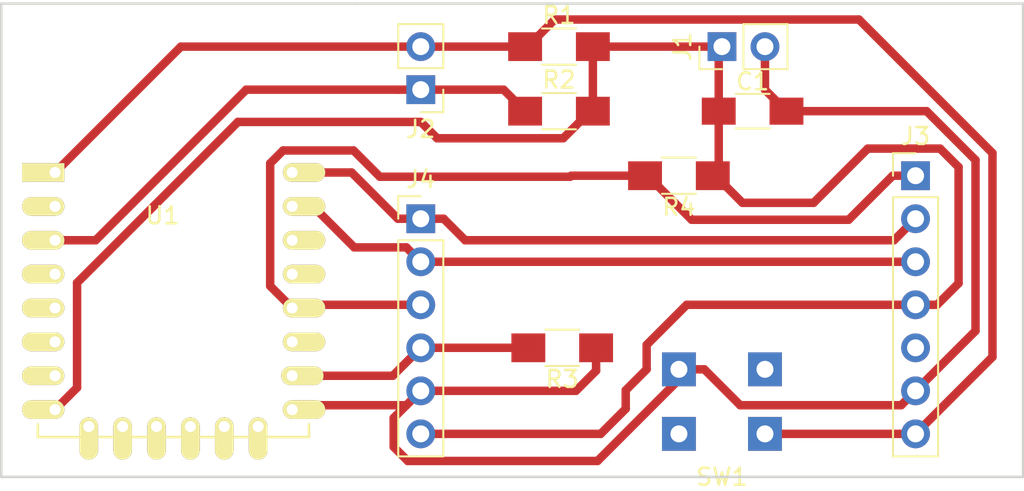
<source format=kicad_pcb>
(kicad_pcb (version 4) (host pcbnew 4.0.7-e2-6376~58~ubuntu17.04.1)

  (general
    (links 28)
    (no_connects 8)
    (area 143.434999 100.254999 182.955001 128.345001)
    (thickness 1.6)
    (drawings 7)
    (tracks 102)
    (zones 0)
    (modules 11)
    (nets 26)
  )

  (page A4)
  (layers
    (0 F.Cu signal)
    (31 B.Cu signal)
    (32 B.Adhes user)
    (33 F.Adhes user)
    (34 B.Paste user)
    (35 F.Paste user)
    (36 B.SilkS user)
    (37 F.SilkS user)
    (38 B.Mask user)
    (39 F.Mask user)
    (40 Dwgs.User user)
    (41 Cmts.User user)
    (42 Eco1.User user)
    (43 Eco2.User user)
    (44 Edge.Cuts user)
    (45 Margin user)
    (46 B.CrtYd user)
    (47 F.CrtYd user)
    (48 B.Fab user)
    (49 F.Fab user)
  )

  (setup
    (last_trace_width 0.5)
    (trace_clearance 0.5)
    (zone_clearance 0.508)
    (zone_45_only no)
    (trace_min 0.5)
    (segment_width 0.2)
    (edge_width 0.15)
    (via_size 0.6)
    (via_drill 0.4)
    (via_min_size 0.4)
    (via_min_drill 0.3)
    (uvia_size 0.3)
    (uvia_drill 0.1)
    (uvias_allowed no)
    (uvia_min_size 0.2)
    (uvia_min_drill 0.1)
    (pcb_text_width 0.3)
    (pcb_text_size 1.5 1.5)
    (mod_edge_width 0.15)
    (mod_text_size 1 1)
    (mod_text_width 0.15)
    (pad_size 1.524 1.524)
    (pad_drill 0.762)
    (pad_to_mask_clearance 0.2)
    (aux_axis_origin 122.555 128.27)
    (grid_origin 122.555 128.27)
    (visible_elements FFFFEF7F)
    (pcbplotparams
      (layerselection 0x01000_80000001)
      (usegerberextensions false)
      (excludeedgelayer true)
      (linewidth 0.100000)
      (plotframeref false)
      (viasonmask false)
      (mode 1)
      (useauxorigin false)
      (hpglpennumber 1)
      (hpglpenspeed 20)
      (hpglpendiameter 15)
      (hpglpenoverlay 2)
      (psnegative false)
      (psa4output false)
      (plotreference true)
      (plotvalue true)
      (plotinvisibletext false)
      (padsonsilk false)
      (subtractmaskfromsilk false)
      (outputformat 1)
      (mirror false)
      (drillshape 0)
      (scaleselection 1)
      (outputdirectory ""))
  )

  (net 0 "")
  (net 1 +3V3)
  (net 2 GND)
  (net 3 /CH_PD)
  (net 4 /REST)
  (net 5 /DTR)
  (net 6 /RX)
  (net 7 /RXD)
  (net 8 "Net-(J3-Pad5)")
  (net 9 /GPIO15)
  (net 10 "Net-(SW1-Pad2)")
  (net 11 "Net-(SW1-Pad3)")
  (net 12 "Net-(U1-Pad2)")
  (net 13 "Net-(U1-Pad4)")
  (net 14 "Net-(U1-Pad5)")
  (net 15 "Net-(U1-Pad6)")
  (net 16 "Net-(U1-Pad7)")
  (net 17 "Net-(U1-Pad11)")
  (net 18 "Net-(U1-Pad13)")
  (net 19 "Net-(U1-Pad14)")
  (net 20 "Net-(U1-Pad17)")
  (net 21 "Net-(U1-Pad18)")
  (net 22 "Net-(U1-Pad19)")
  (net 23 "Net-(U1-Pad20)")
  (net 24 "Net-(U1-Pad21)")
  (net 25 "Net-(U1-Pad22)")

  (net_class Default "This is the default net class."
    (clearance 0.5)
    (trace_width 0.5)
    (via_dia 0.6)
    (via_drill 0.4)
    (uvia_dia 0.3)
    (uvia_drill 0.1)
    (add_net +3V3)
    (add_net /CH_PD)
    (add_net /DTR)
    (add_net /GPIO15)
    (add_net /REST)
    (add_net /RX)
    (add_net /RXD)
    (add_net GND)
    (add_net "Net-(J3-Pad5)")
    (add_net "Net-(SW1-Pad2)")
    (add_net "Net-(SW1-Pad3)")
    (add_net "Net-(U1-Pad11)")
    (add_net "Net-(U1-Pad13)")
    (add_net "Net-(U1-Pad14)")
    (add_net "Net-(U1-Pad17)")
    (add_net "Net-(U1-Pad18)")
    (add_net "Net-(U1-Pad19)")
    (add_net "Net-(U1-Pad2)")
    (add_net "Net-(U1-Pad20)")
    (add_net "Net-(U1-Pad21)")
    (add_net "Net-(U1-Pad22)")
    (add_net "Net-(U1-Pad4)")
    (add_net "Net-(U1-Pad5)")
    (add_net "Net-(U1-Pad6)")
    (add_net "Net-(U1-Pad7)")
  )

  (module Capacitors_SMD:C_1206_HandSoldering (layer F.Cu) (tedit 58AA84D1) (tstamp 59A7067C)
    (at 166.91 106.68)
    (descr "Capacitor SMD 1206, hand soldering")
    (tags "capacitor 1206")
    (path /59A6FD43)
    (attr smd)
    (fp_text reference C1 (at 0 -1.75) (layer F.SilkS)
      (effects (font (size 1 1) (thickness 0.15)))
    )
    (fp_text value 100n (at 1.365 1.905) (layer F.Fab)
      (effects (font (size 1 1) (thickness 0.15)))
    )
    (fp_text user %R (at 0 -1.75) (layer F.Fab)
      (effects (font (size 1 1) (thickness 0.15)))
    )
    (fp_line (start -1.6 0.8) (end -1.6 -0.8) (layer F.Fab) (width 0.1))
    (fp_line (start 1.6 0.8) (end -1.6 0.8) (layer F.Fab) (width 0.1))
    (fp_line (start 1.6 -0.8) (end 1.6 0.8) (layer F.Fab) (width 0.1))
    (fp_line (start -1.6 -0.8) (end 1.6 -0.8) (layer F.Fab) (width 0.1))
    (fp_line (start 1 -1.02) (end -1 -1.02) (layer F.SilkS) (width 0.12))
    (fp_line (start -1 1.02) (end 1 1.02) (layer F.SilkS) (width 0.12))
    (fp_line (start -3.25 -1.05) (end 3.25 -1.05) (layer F.CrtYd) (width 0.05))
    (fp_line (start -3.25 -1.05) (end -3.25 1.05) (layer F.CrtYd) (width 0.05))
    (fp_line (start 3.25 1.05) (end 3.25 -1.05) (layer F.CrtYd) (width 0.05))
    (fp_line (start 3.25 1.05) (end -3.25 1.05) (layer F.CrtYd) (width 0.05))
    (pad 1 smd rect (at -2 0) (size 2 1.6) (layers F.Cu F.Paste F.Mask)
      (net 1 +3V3))
    (pad 2 smd rect (at 2 0) (size 2 1.6) (layers F.Cu F.Paste F.Mask)
      (net 2 GND))
    (model Capacitors_SMD.3dshapes/C_1206.wrl
      (at (xyz 0 0 0))
      (scale (xyz 1 1 1))
      (rotate (xyz 0 0 0))
    )
  )

  (module Socket_Strips:Socket_Strip_Straight_1x02_Pitch2.54mm (layer F.Cu) (tedit 58CD5446) (tstamp 59A70682)
    (at 165.1 102.87 90)
    (descr "Through hole straight socket strip, 1x02, 2.54mm pitch, single row")
    (tags "Through hole socket strip THT 1x02 2.54mm single row")
    (path /59A7017D)
    (fp_text reference J1 (at 0 -2.33 90) (layer F.SilkS)
      (effects (font (size 1 1) (thickness 0.15)))
    )
    (fp_text value POWER (at 0 6.35 180) (layer F.Fab)
      (effects (font (size 1 1) (thickness 0.15)))
    )
    (fp_line (start -1.27 -1.27) (end -1.27 3.81) (layer F.Fab) (width 0.1))
    (fp_line (start -1.27 3.81) (end 1.27 3.81) (layer F.Fab) (width 0.1))
    (fp_line (start 1.27 3.81) (end 1.27 -1.27) (layer F.Fab) (width 0.1))
    (fp_line (start 1.27 -1.27) (end -1.27 -1.27) (layer F.Fab) (width 0.1))
    (fp_line (start -1.33 1.27) (end -1.33 3.87) (layer F.SilkS) (width 0.12))
    (fp_line (start -1.33 3.87) (end 1.33 3.87) (layer F.SilkS) (width 0.12))
    (fp_line (start 1.33 3.87) (end 1.33 1.27) (layer F.SilkS) (width 0.12))
    (fp_line (start 1.33 1.27) (end -1.33 1.27) (layer F.SilkS) (width 0.12))
    (fp_line (start -1.33 0) (end -1.33 -1.33) (layer F.SilkS) (width 0.12))
    (fp_line (start -1.33 -1.33) (end 0 -1.33) (layer F.SilkS) (width 0.12))
    (fp_line (start -1.8 -1.8) (end -1.8 4.35) (layer F.CrtYd) (width 0.05))
    (fp_line (start -1.8 4.35) (end 1.8 4.35) (layer F.CrtYd) (width 0.05))
    (fp_line (start 1.8 4.35) (end 1.8 -1.8) (layer F.CrtYd) (width 0.05))
    (fp_line (start 1.8 -1.8) (end -1.8 -1.8) (layer F.CrtYd) (width 0.05))
    (fp_text user %R (at 0 -2.33 90) (layer F.Fab)
      (effects (font (size 1 1) (thickness 0.15)))
    )
    (pad 1 thru_hole rect (at 0 0 90) (size 1.7 1.7) (drill 1) (layers *.Cu *.Mask)
      (net 1 +3V3))
    (pad 2 thru_hole oval (at 0 2.54 90) (size 1.7 1.7) (drill 1) (layers *.Cu *.Mask)
      (net 2 GND))
    (model ${KISYS3DMOD}/Socket_Strips.3dshapes/Socket_Strip_Straight_1x02_Pitch2.54mm.wrl
      (at (xyz 0 -0.05 0))
      (scale (xyz 1 1 1))
      (rotate (xyz 0 0 270))
    )
  )

  (module Socket_Strips:Socket_Strip_Straight_1x02_Pitch2.54mm (layer F.Cu) (tedit 58CD5446) (tstamp 59A70688)
    (at 147.32 105.41 180)
    (descr "Through hole straight socket strip, 1x02, 2.54mm pitch, single row")
    (tags "Through hole socket strip THT 1x02 2.54mm single row")
    (path /59A706A6)
    (fp_text reference J2 (at 0 -2.33 180) (layer F.SilkS)
      (effects (font (size 1 1) (thickness 0.15)))
    )
    (fp_text value ESP2 (at 3.81 3.81 180) (layer F.Fab)
      (effects (font (size 1 1) (thickness 0.15)))
    )
    (fp_line (start -1.27 -1.27) (end -1.27 3.81) (layer F.Fab) (width 0.1))
    (fp_line (start -1.27 3.81) (end 1.27 3.81) (layer F.Fab) (width 0.1))
    (fp_line (start 1.27 3.81) (end 1.27 -1.27) (layer F.Fab) (width 0.1))
    (fp_line (start 1.27 -1.27) (end -1.27 -1.27) (layer F.Fab) (width 0.1))
    (fp_line (start -1.33 1.27) (end -1.33 3.87) (layer F.SilkS) (width 0.12))
    (fp_line (start -1.33 3.87) (end 1.33 3.87) (layer F.SilkS) (width 0.12))
    (fp_line (start 1.33 3.87) (end 1.33 1.27) (layer F.SilkS) (width 0.12))
    (fp_line (start 1.33 1.27) (end -1.33 1.27) (layer F.SilkS) (width 0.12))
    (fp_line (start -1.33 0) (end -1.33 -1.33) (layer F.SilkS) (width 0.12))
    (fp_line (start -1.33 -1.33) (end 0 -1.33) (layer F.SilkS) (width 0.12))
    (fp_line (start -1.8 -1.8) (end -1.8 4.35) (layer F.CrtYd) (width 0.05))
    (fp_line (start -1.8 4.35) (end 1.8 4.35) (layer F.CrtYd) (width 0.05))
    (fp_line (start 1.8 4.35) (end 1.8 -1.8) (layer F.CrtYd) (width 0.05))
    (fp_line (start 1.8 -1.8) (end -1.8 -1.8) (layer F.CrtYd) (width 0.05))
    (fp_text user %R (at 0 -2.33 180) (layer F.Fab)
      (effects (font (size 1 1) (thickness 0.15)))
    )
    (pad 1 thru_hole rect (at 0 0 180) (size 1.7 1.7) (drill 1) (layers *.Cu *.Mask)
      (net 3 /CH_PD))
    (pad 2 thru_hole oval (at 0 2.54 180) (size 1.7 1.7) (drill 1) (layers *.Cu *.Mask)
      (net 4 /REST))
    (model ${KISYS3DMOD}/Socket_Strips.3dshapes/Socket_Strip_Straight_1x02_Pitch2.54mm.wrl
      (at (xyz 0 -0.05 0))
      (scale (xyz 1 1 1))
      (rotate (xyz 0 0 270))
    )
  )

  (module Socket_Strips:Socket_Strip_Straight_1x07_Pitch2.54mm (layer F.Cu) (tedit 58CD5446) (tstamp 59A70693)
    (at 176.53 110.49)
    (descr "Through hole straight socket strip, 1x07, 2.54mm pitch, single row")
    (tags "Through hole socket strip THT 1x07 2.54mm single row")
    (path /59A70064)
    (fp_text reference J3 (at 0 -2.33) (layer F.SilkS)
      (effects (font (size 1 1) (thickness 0.15)))
    )
    (fp_text value FTDI (at 3.81 15.24) (layer F.Fab)
      (effects (font (size 1 1) (thickness 0.15)))
    )
    (fp_line (start -1.27 -1.27) (end -1.27 16.51) (layer F.Fab) (width 0.1))
    (fp_line (start -1.27 16.51) (end 1.27 16.51) (layer F.Fab) (width 0.1))
    (fp_line (start 1.27 16.51) (end 1.27 -1.27) (layer F.Fab) (width 0.1))
    (fp_line (start 1.27 -1.27) (end -1.27 -1.27) (layer F.Fab) (width 0.1))
    (fp_line (start -1.33 1.27) (end -1.33 16.57) (layer F.SilkS) (width 0.12))
    (fp_line (start -1.33 16.57) (end 1.33 16.57) (layer F.SilkS) (width 0.12))
    (fp_line (start 1.33 16.57) (end 1.33 1.27) (layer F.SilkS) (width 0.12))
    (fp_line (start 1.33 1.27) (end -1.33 1.27) (layer F.SilkS) (width 0.12))
    (fp_line (start -1.33 0) (end -1.33 -1.33) (layer F.SilkS) (width 0.12))
    (fp_line (start -1.33 -1.33) (end 0 -1.33) (layer F.SilkS) (width 0.12))
    (fp_line (start -1.8 -1.8) (end -1.8 17.05) (layer F.CrtYd) (width 0.05))
    (fp_line (start -1.8 17.05) (end 1.8 17.05) (layer F.CrtYd) (width 0.05))
    (fp_line (start 1.8 17.05) (end 1.8 -1.8) (layer F.CrtYd) (width 0.05))
    (fp_line (start 1.8 -1.8) (end -1.8 -1.8) (layer F.CrtYd) (width 0.05))
    (fp_text user %R (at 0 -2.33) (layer F.Fab)
      (effects (font (size 1 1) (thickness 0.15)))
    )
    (pad 1 thru_hole rect (at 0 0) (size 1.7 1.7) (drill 1) (layers *.Cu *.Mask)
      (net 5 /DTR))
    (pad 2 thru_hole oval (at 0 2.54) (size 1.7 1.7) (drill 1) (layers *.Cu *.Mask)
      (net 6 /RX))
    (pad 3 thru_hole oval (at 0 5.08) (size 1.7 1.7) (drill 1) (layers *.Cu *.Mask)
      (net 7 /RXD))
    (pad 4 thru_hole oval (at 0 7.62) (size 1.7 1.7) (drill 1) (layers *.Cu *.Mask)
      (net 1 +3V3))
    (pad 5 thru_hole oval (at 0 10.16) (size 1.7 1.7) (drill 1) (layers *.Cu *.Mask)
      (net 8 "Net-(J3-Pad5)"))
    (pad 6 thru_hole oval (at 0 12.7) (size 1.7 1.7) (drill 1) (layers *.Cu *.Mask)
      (net 2 GND))
    (pad 7 thru_hole oval (at 0 15.24) (size 1.7 1.7) (drill 1) (layers *.Cu *.Mask)
      (net 4 /REST))
    (model ${KISYS3DMOD}/Socket_Strips.3dshapes/Socket_Strip_Straight_1x07_Pitch2.54mm.wrl
      (at (xyz 0 -0.3 0))
      (scale (xyz 1 1 1))
      (rotate (xyz 0 0 270))
    )
  )

  (module Socket_Strips:Socket_Strip_Straight_1x06_Pitch2.54mm (layer F.Cu) (tedit 58CD5446) (tstamp 59A7069D)
    (at 147.32 113.03)
    (descr "Through hole straight socket strip, 1x06, 2.54mm pitch, single row")
    (tags "Through hole socket strip THT 1x06 2.54mm single row")
    (path /59A70649)
    (fp_text reference J4 (at 0 -2.33) (layer F.SilkS)
      (effects (font (size 1 1) (thickness 0.15)))
    )
    (fp_text value ESP1 (at -2.54 6.35 90) (layer F.Fab)
      (effects (font (size 1 1) (thickness 0.15)))
    )
    (fp_line (start -1.27 -1.27) (end -1.27 13.97) (layer F.Fab) (width 0.1))
    (fp_line (start -1.27 13.97) (end 1.27 13.97) (layer F.Fab) (width 0.1))
    (fp_line (start 1.27 13.97) (end 1.27 -1.27) (layer F.Fab) (width 0.1))
    (fp_line (start 1.27 -1.27) (end -1.27 -1.27) (layer F.Fab) (width 0.1))
    (fp_line (start -1.33 1.27) (end -1.33 14.03) (layer F.SilkS) (width 0.12))
    (fp_line (start -1.33 14.03) (end 1.33 14.03) (layer F.SilkS) (width 0.12))
    (fp_line (start 1.33 14.03) (end 1.33 1.27) (layer F.SilkS) (width 0.12))
    (fp_line (start 1.33 1.27) (end -1.33 1.27) (layer F.SilkS) (width 0.12))
    (fp_line (start -1.33 0) (end -1.33 -1.33) (layer F.SilkS) (width 0.12))
    (fp_line (start -1.33 -1.33) (end 0 -1.33) (layer F.SilkS) (width 0.12))
    (fp_line (start -1.8 -1.8) (end -1.8 14.5) (layer F.CrtYd) (width 0.05))
    (fp_line (start -1.8 14.5) (end 1.8 14.5) (layer F.CrtYd) (width 0.05))
    (fp_line (start 1.8 14.5) (end 1.8 -1.8) (layer F.CrtYd) (width 0.05))
    (fp_line (start 1.8 -1.8) (end -1.8 -1.8) (layer F.CrtYd) (width 0.05))
    (fp_text user %R (at 0 -2.33) (layer F.Fab)
      (effects (font (size 1 1) (thickness 0.15)))
    )
    (pad 1 thru_hole rect (at 0 0) (size 1.7 1.7) (drill 1) (layers *.Cu *.Mask)
      (net 6 /RX))
    (pad 2 thru_hole oval (at 0 2.54) (size 1.7 1.7) (drill 1) (layers *.Cu *.Mask)
      (net 7 /RXD))
    (pad 3 thru_hole oval (at 0 5.08) (size 1.7 1.7) (drill 1) (layers *.Cu *.Mask)
      (net 5 /DTR))
    (pad 4 thru_hole oval (at 0 7.62) (size 1.7 1.7) (drill 1) (layers *.Cu *.Mask)
      (net 9 /GPIO15))
    (pad 5 thru_hole oval (at 0 10.16) (size 1.7 1.7) (drill 1) (layers *.Cu *.Mask)
      (net 2 GND))
    (pad 6 thru_hole oval (at 0 12.7) (size 1.7 1.7) (drill 1) (layers *.Cu *.Mask)
      (net 1 +3V3))
    (model ${KISYS3DMOD}/Socket_Strips.3dshapes/Socket_Strip_Straight_1x06_Pitch2.54mm.wrl
      (at (xyz 0 -0.25 0))
      (scale (xyz 1 1 1))
      (rotate (xyz 0 0 270))
    )
  )

  (module Resistors_SMD:R_1206_HandSoldering (layer F.Cu) (tedit 58E0A804) (tstamp 59A706A3)
    (at 155.48 102.87)
    (descr "Resistor SMD 1206, hand soldering")
    (tags "resistor 1206")
    (path /59A6FC5D)
    (attr smd)
    (fp_text reference R1 (at 0 -1.85) (layer F.SilkS)
      (effects (font (size 1 1) (thickness 0.15)))
    )
    (fp_text value 10K (at -2.445 -1.905) (layer F.Fab)
      (effects (font (size 1 1) (thickness 0.15)))
    )
    (fp_text user %R (at 0 0) (layer F.Fab)
      (effects (font (size 0.7 0.7) (thickness 0.105)))
    )
    (fp_line (start -1.6 0.8) (end -1.6 -0.8) (layer F.Fab) (width 0.1))
    (fp_line (start 1.6 0.8) (end -1.6 0.8) (layer F.Fab) (width 0.1))
    (fp_line (start 1.6 -0.8) (end 1.6 0.8) (layer F.Fab) (width 0.1))
    (fp_line (start -1.6 -0.8) (end 1.6 -0.8) (layer F.Fab) (width 0.1))
    (fp_line (start 1 1.07) (end -1 1.07) (layer F.SilkS) (width 0.12))
    (fp_line (start -1 -1.07) (end 1 -1.07) (layer F.SilkS) (width 0.12))
    (fp_line (start -3.25 -1.11) (end 3.25 -1.11) (layer F.CrtYd) (width 0.05))
    (fp_line (start -3.25 -1.11) (end -3.25 1.1) (layer F.CrtYd) (width 0.05))
    (fp_line (start 3.25 1.1) (end 3.25 -1.11) (layer F.CrtYd) (width 0.05))
    (fp_line (start 3.25 1.1) (end -3.25 1.1) (layer F.CrtYd) (width 0.05))
    (pad 1 smd rect (at -2 0) (size 2 1.7) (layers F.Cu F.Paste F.Mask)
      (net 4 /REST))
    (pad 2 smd rect (at 2 0) (size 2 1.7) (layers F.Cu F.Paste F.Mask)
      (net 1 +3V3))
    (model ${KISYS3DMOD}/Resistors_SMD.3dshapes/R_1206.wrl
      (at (xyz 0 0 0))
      (scale (xyz 1 1 1))
      (rotate (xyz 0 0 0))
    )
  )

  (module Resistors_SMD:R_1206_HandSoldering (layer F.Cu) (tedit 58E0A804) (tstamp 59A706A9)
    (at 155.48 106.68)
    (descr "Resistor SMD 1206, hand soldering")
    (tags "resistor 1206")
    (path /59A6FC80)
    (attr smd)
    (fp_text reference R2 (at 0 -1.85) (layer F.SilkS)
      (effects (font (size 1 1) (thickness 0.15)))
    )
    (fp_text value 10K (at -2.445 1.9) (layer F.Fab)
      (effects (font (size 1 1) (thickness 0.15)))
    )
    (fp_text user %R (at 0 0) (layer F.Fab)
      (effects (font (size 0.7 0.7) (thickness 0.105)))
    )
    (fp_line (start -1.6 0.8) (end -1.6 -0.8) (layer F.Fab) (width 0.1))
    (fp_line (start 1.6 0.8) (end -1.6 0.8) (layer F.Fab) (width 0.1))
    (fp_line (start 1.6 -0.8) (end 1.6 0.8) (layer F.Fab) (width 0.1))
    (fp_line (start -1.6 -0.8) (end 1.6 -0.8) (layer F.Fab) (width 0.1))
    (fp_line (start 1 1.07) (end -1 1.07) (layer F.SilkS) (width 0.12))
    (fp_line (start -1 -1.07) (end 1 -1.07) (layer F.SilkS) (width 0.12))
    (fp_line (start -3.25 -1.11) (end 3.25 -1.11) (layer F.CrtYd) (width 0.05))
    (fp_line (start -3.25 -1.11) (end -3.25 1.1) (layer F.CrtYd) (width 0.05))
    (fp_line (start 3.25 1.1) (end 3.25 -1.11) (layer F.CrtYd) (width 0.05))
    (fp_line (start 3.25 1.1) (end -3.25 1.1) (layer F.CrtYd) (width 0.05))
    (pad 1 smd rect (at -2 0) (size 2 1.7) (layers F.Cu F.Paste F.Mask)
      (net 3 /CH_PD))
    (pad 2 smd rect (at 2 0) (size 2 1.7) (layers F.Cu F.Paste F.Mask)
      (net 1 +3V3))
    (model ${KISYS3DMOD}/Resistors_SMD.3dshapes/R_1206.wrl
      (at (xyz 0 0 0))
      (scale (xyz 1 1 1))
      (rotate (xyz 0 0 0))
    )
  )

  (module Resistors_SMD:R_1206_HandSoldering (layer F.Cu) (tedit 58E0A804) (tstamp 59A706AF)
    (at 155.67 120.65 180)
    (descr "Resistor SMD 1206, hand soldering")
    (tags "resistor 1206")
    (path /59A6FCFD)
    (attr smd)
    (fp_text reference R3 (at 0 -1.85 180) (layer F.SilkS)
      (effects (font (size 1 1) (thickness 0.15)))
    )
    (fp_text value 10K (at 2 1.905 180) (layer F.Fab)
      (effects (font (size 1 1) (thickness 0.15)))
    )
    (fp_text user %R (at 0 0 180) (layer F.Fab)
      (effects (font (size 0.7 0.7) (thickness 0.105)))
    )
    (fp_line (start -1.6 0.8) (end -1.6 -0.8) (layer F.Fab) (width 0.1))
    (fp_line (start 1.6 0.8) (end -1.6 0.8) (layer F.Fab) (width 0.1))
    (fp_line (start 1.6 -0.8) (end 1.6 0.8) (layer F.Fab) (width 0.1))
    (fp_line (start -1.6 -0.8) (end 1.6 -0.8) (layer F.Fab) (width 0.1))
    (fp_line (start 1 1.07) (end -1 1.07) (layer F.SilkS) (width 0.12))
    (fp_line (start -1 -1.07) (end 1 -1.07) (layer F.SilkS) (width 0.12))
    (fp_line (start -3.25 -1.11) (end 3.25 -1.11) (layer F.CrtYd) (width 0.05))
    (fp_line (start -3.25 -1.11) (end -3.25 1.1) (layer F.CrtYd) (width 0.05))
    (fp_line (start 3.25 1.1) (end 3.25 -1.11) (layer F.CrtYd) (width 0.05))
    (fp_line (start 3.25 1.1) (end -3.25 1.1) (layer F.CrtYd) (width 0.05))
    (pad 1 smd rect (at -2 0 180) (size 2 1.7) (layers F.Cu F.Paste F.Mask)
      (net 2 GND))
    (pad 2 smd rect (at 2 0 180) (size 2 1.7) (layers F.Cu F.Paste F.Mask)
      (net 9 /GPIO15))
    (model ${KISYS3DMOD}/Resistors_SMD.3dshapes/R_1206.wrl
      (at (xyz 0 0 0))
      (scale (xyz 1 1 1))
      (rotate (xyz 0 0 0))
    )
  )

  (module Resistors_SMD:R_1206_HandSoldering (layer F.Cu) (tedit 58E0A804) (tstamp 59A706B5)
    (at 162.56 110.49 180)
    (descr "Resistor SMD 1206, hand soldering")
    (tags "resistor 1206")
    (path /59A6FE6D)
    (attr smd)
    (fp_text reference R4 (at 0 -1.85 180) (layer F.SilkS)
      (effects (font (size 1 1) (thickness 0.15)))
    )
    (fp_text value 10K (at 1.905 1.9 180) (layer F.Fab)
      (effects (font (size 1 1) (thickness 0.15)))
    )
    (fp_text user %R (at 0 0 180) (layer F.Fab)
      (effects (font (size 0.7 0.7) (thickness 0.105)))
    )
    (fp_line (start -1.6 0.8) (end -1.6 -0.8) (layer F.Fab) (width 0.1))
    (fp_line (start 1.6 0.8) (end -1.6 0.8) (layer F.Fab) (width 0.1))
    (fp_line (start 1.6 -0.8) (end 1.6 0.8) (layer F.Fab) (width 0.1))
    (fp_line (start -1.6 -0.8) (end 1.6 -0.8) (layer F.Fab) (width 0.1))
    (fp_line (start 1 1.07) (end -1 1.07) (layer F.SilkS) (width 0.12))
    (fp_line (start -1 -1.07) (end 1 -1.07) (layer F.SilkS) (width 0.12))
    (fp_line (start -3.25 -1.11) (end 3.25 -1.11) (layer F.CrtYd) (width 0.05))
    (fp_line (start -3.25 -1.11) (end -3.25 1.1) (layer F.CrtYd) (width 0.05))
    (fp_line (start 3.25 1.1) (end 3.25 -1.11) (layer F.CrtYd) (width 0.05))
    (fp_line (start 3.25 1.1) (end -3.25 1.1) (layer F.CrtYd) (width 0.05))
    (pad 1 smd rect (at -2 0 180) (size 2 1.7) (layers F.Cu F.Paste F.Mask)
      (net 1 +3V3))
    (pad 2 smd rect (at 2 0 180) (size 2 1.7) (layers F.Cu F.Paste F.Mask)
      (net 5 /DTR))
    (model ${KISYS3DMOD}/Resistors_SMD.3dshapes/R_1206.wrl
      (at (xyz 0 0 0))
      (scale (xyz 1 1 1))
      (rotate (xyz 0 0 0))
    )
  )

  (module Oddities:NetTie-III (layer F.Cu) (tedit 0) (tstamp 59A70CEF)
    (at 165.1 123.825)
    (descr "Just a \"Net tie\" as an more or less elegant way to connect two different nets without disturbing ERC and DRC. Make connection between The Pads by yourself.")
    (tags "Just a \"Net tie\" as an more or less elegant way to connect two different nets without disturbing ERC and DRC. Make connection between the pads by yourself.")
    (path /59A70B4A)
    (fp_text reference SW1 (at 0 4.445) (layer F.SilkS)
      (effects (font (size 1 1) (thickness 0.15)))
    )
    (fp_text value SW_Push_Dual (at 2.54 -4.445) (layer F.Fab)
      (effects (font (size 1 1) (thickness 0.15)))
    )
    (pad 1 thru_hole rect (at -2.54 -1.905) (size 1.99898 1.99898) (drill 1.00076) (layers *.Cu *.Mask)
      (net 2 GND))
    (pad 2 thru_hole rect (at -2.54 1.905) (size 1.99898 1.99898) (drill 1.00076) (layers *.Cu *.Mask)
      (net 10 "Net-(SW1-Pad2)"))
    (pad 3 thru_hole rect (at 2.54 -1.905) (size 1.99898 1.99898) (drill 1.00076) (layers *.Cu *.Mask)
      (net 11 "Net-(SW1-Pad3)"))
    (pad 4 thru_hole rect (at 2.54 1.905) (size 1.99898 1.99898) (drill 1.00076) (layers *.Cu *.Mask)
      (net 4 /REST))
  )

  (module ESP8266:ESP-12E (layer F.Cu) (tedit 58B47889) (tstamp 59B92187)
    (at 125.73 110.3)
    (descr "Module, ESP-8266, ESP-12, 16 pad, SMD")
    (tags "Module ESP-8266 ESP8266")
    (path /59A6FBCB)
    (fp_text reference U1 (at 6.35 2.54) (layer F.SilkS)
      (effects (font (size 1 1) (thickness 0.15)))
    )
    (fp_text value ESP-12E (at 6.35 6.35) (layer F.Fab) hide
      (effects (font (size 1 1) (thickness 0.15)))
    )
    (fp_line (start -2.25 -0.5) (end -2.25 -8.75) (layer F.CrtYd) (width 0.05))
    (fp_line (start -2.25 -8.75) (end 15.25 -8.75) (layer F.CrtYd) (width 0.05))
    (fp_line (start 15.25 -8.75) (end 16.25 -8.75) (layer F.CrtYd) (width 0.05))
    (fp_line (start 16.25 -8.75) (end 16.25 16) (layer F.CrtYd) (width 0.05))
    (fp_line (start 16.25 16) (end -2.25 16) (layer F.CrtYd) (width 0.05))
    (fp_line (start -2.25 16) (end -2.25 -0.5) (layer F.CrtYd) (width 0.05))
    (fp_line (start -1.016 -8.382) (end 14.986 -8.382) (layer F.CrtYd) (width 0.1524))
    (fp_line (start 14.986 -8.382) (end 14.986 -0.889) (layer F.CrtYd) (width 0.1524))
    (fp_line (start -1.016 -8.382) (end -1.016 -1.016) (layer F.CrtYd) (width 0.1524))
    (fp_line (start -1.016 14.859) (end -1.016 15.621) (layer F.SilkS) (width 0.1524))
    (fp_line (start -1.016 15.621) (end 14.986 15.621) (layer F.SilkS) (width 0.1524))
    (fp_line (start 14.986 15.621) (end 14.986 14.859) (layer F.SilkS) (width 0.1524))
    (fp_line (start 14.992 -8.4) (end -1.008 -2.6) (layer F.CrtYd) (width 0.1524))
    (fp_line (start -1.008 -8.4) (end 14.992 -2.6) (layer F.CrtYd) (width 0.1524))
    (fp_text user "No Copper" (at 6.892 -5.4) (layer F.CrtYd)
      (effects (font (size 1 1) (thickness 0.15)))
    )
    (fp_line (start -1.008 -2.6) (end 14.992 -2.6) (layer F.CrtYd) (width 0.1524))
    (fp_line (start 15 -8.4) (end 15 15.6) (layer F.Fab) (width 0.05))
    (fp_line (start 14.992 15.6) (end -1.008 15.6) (layer F.Fab) (width 0.05))
    (fp_line (start -1.008 15.6) (end -1.008 -8.4) (layer F.Fab) (width 0.05))
    (fp_line (start -1.008 -8.4) (end 14.992 -8.4) (layer F.Fab) (width 0.05))
    (pad 1 thru_hole rect (at 0 0) (size 2.5 1.1) (drill 0.65 (offset -0.7 0)) (layers *.Cu *.Mask F.SilkS)
      (net 4 /REST))
    (pad 2 thru_hole oval (at 0 2) (size 2.5 1.1) (drill 0.65 (offset -0.7 0)) (layers *.Cu *.Mask F.SilkS)
      (net 12 "Net-(U1-Pad2)"))
    (pad 3 thru_hole oval (at 0 4) (size 2.5 1.1) (drill 0.65 (offset -0.7 0)) (layers *.Cu *.Mask F.SilkS)
      (net 3 /CH_PD))
    (pad 4 thru_hole oval (at 0 6) (size 2.5 1.1) (drill 0.65 (offset -0.7 0)) (layers *.Cu *.Mask F.SilkS)
      (net 13 "Net-(U1-Pad4)"))
    (pad 5 thru_hole oval (at 0 8) (size 2.5 1.1) (drill 0.65 (offset -0.7 0)) (layers *.Cu *.Mask F.SilkS)
      (net 14 "Net-(U1-Pad5)"))
    (pad 6 thru_hole oval (at 0 10) (size 2.5 1.1) (drill 0.65 (offset -0.7 0)) (layers *.Cu *.Mask F.SilkS)
      (net 15 "Net-(U1-Pad6)"))
    (pad 7 thru_hole oval (at 0 12) (size 2.5 1.1) (drill 0.65 (offset -0.7 0)) (layers *.Cu *.Mask F.SilkS)
      (net 16 "Net-(U1-Pad7)"))
    (pad 8 thru_hole oval (at 0 14) (size 2.5 1.1) (drill 0.65 (offset -0.7 0)) (layers *.Cu *.Mask F.SilkS)
      (net 1 +3V3))
    (pad 9 thru_hole oval (at 14 14) (size 2.5 1.1) (drill 0.65 (offset 0.7 0)) (layers *.Cu *.Mask F.SilkS)
      (net 2 GND))
    (pad 10 thru_hole oval (at 14 12) (size 2.5 1.1) (drill 0.65 (offset 0.6 0)) (layers *.Cu *.Mask F.SilkS)
      (net 9 /GPIO15))
    (pad 11 thru_hole oval (at 14 10) (size 2.5 1.1) (drill 0.65 (offset 0.7 0)) (layers *.Cu *.Mask F.SilkS)
      (net 17 "Net-(U1-Pad11)"))
    (pad 12 thru_hole oval (at 14 8) (size 2.5 1.1) (drill 0.65 (offset 0.7 0)) (layers *.Cu *.Mask F.SilkS)
      (net 5 /DTR))
    (pad 13 thru_hole oval (at 14 6) (size 2.5 1.1) (drill 0.65 (offset 0.7 0)) (layers *.Cu *.Mask F.SilkS)
      (net 18 "Net-(U1-Pad13)"))
    (pad 14 thru_hole oval (at 14 4) (size 2.5 1.1) (drill 0.65 (offset 0.7 0)) (layers *.Cu *.Mask F.SilkS)
      (net 19 "Net-(U1-Pad14)"))
    (pad 15 thru_hole oval (at 14 2) (size 2.5 1.1) (drill 0.65 (offset 0.7 0)) (layers *.Cu *.Mask F.SilkS)
      (net 7 /RXD))
    (pad 16 thru_hole oval (at 14 0) (size 2.5 1.1) (drill 0.65 (offset 0.7 0)) (layers *.Cu *.Mask F.SilkS)
      (net 6 /RX))
    (pad 17 thru_hole oval (at 1.99 15 90) (size 2.5 1.1) (drill 0.65 (offset -0.7 0)) (layers *.Cu *.Mask F.SilkS)
      (net 20 "Net-(U1-Pad17)"))
    (pad 18 thru_hole oval (at 3.99 15 90) (size 2.5 1.1) (drill 0.65 (offset -0.7 0)) (layers *.Cu *.Mask F.SilkS)
      (net 21 "Net-(U1-Pad18)"))
    (pad 19 thru_hole oval (at 5.99 15 90) (size 2.5 1.1) (drill 0.65 (offset -0.7 0)) (layers *.Cu *.Mask F.SilkS)
      (net 22 "Net-(U1-Pad19)"))
    (pad 20 thru_hole oval (at 7.99 15 90) (size 2.5 1.1) (drill 0.65 (offset -0.7 0)) (layers *.Cu *.Mask F.SilkS)
      (net 23 "Net-(U1-Pad20)"))
    (pad 21 thru_hole oval (at 9.99 15 90) (size 2.5 1.1) (drill 0.65 (offset -0.7 0)) (layers *.Cu *.Mask F.SilkS)
      (net 24 "Net-(U1-Pad21)"))
    (pad 22 thru_hole oval (at 11.99 15 90) (size 2.5 1.1) (drill 0.65 (offset -0.7 0)) (layers *.Cu *.Mask F.SilkS)
      (net 25 "Net-(U1-Pad22)"))
    (model ${ESPLIB}/ESP8266.3dshapes/ESP-12E.wrl
      (at (xyz 0 0 0))
      (scale (xyz 0.3937 0.3937 0.3937))
      (rotate (xyz 0 0 0))
    )
  )

  (gr_line (start 122.555 128.27) (end 143.51 128.27) (layer Edge.Cuts) (width 0.15))
  (gr_line (start 122.555 127.635) (end 122.555 128.27) (layer Edge.Cuts) (width 0.15))
  (gr_line (start 122.555 100.33) (end 122.555 127.635) (layer Edge.Cuts) (width 0.15))
  (gr_line (start 143.51 100.33) (end 122.555 100.33) (layer Edge.Cuts) (width 0.15))
  (gr_line (start 182.88 128.27) (end 143.51 128.27) (layer Edge.Cuts) (width 0.15))
  (gr_line (start 182.88 100.33) (end 182.88 128.27) (layer Edge.Cuts) (width 0.15))
  (gr_line (start 143.51 100.33) (end 182.88 100.33) (layer Edge.Cuts) (width 0.15))

  (segment (start 160.655 121.92) (end 160.655 120.476018) (width 0.5) (layer F.Cu) (net 1))
  (segment (start 160.655 120.476018) (end 163.021018 118.11) (width 0.5) (layer F.Cu) (net 1))
  (segment (start 163.021018 118.11) (end 175.327919 118.11) (width 0.5) (layer F.Cu) (net 1))
  (segment (start 175.327919 118.11) (end 176.53 118.11) (width 0.5) (layer F.Cu) (net 1))
  (segment (start 159.420001 123.154999) (end 160.655 121.92) (width 0.5) (layer F.Cu) (net 1))
  (segment (start 159.420001 124.251017) (end 159.420001 123.154999) (width 0.5) (layer F.Cu) (net 1))
  (segment (start 157.48 102.87) (end 165.1 102.87) (width 0.5) (layer F.Cu) (net 1))
  (segment (start 157.48 102.87) (end 157.48 106.68) (width 0.5) (layer F.Cu) (net 1))
  (segment (start 147.32 107.315) (end 148.285001 108.280001) (width 0.5) (layer F.Cu) (net 1))
  (segment (start 148.285001 108.280001) (end 155.729999 108.280001) (width 0.5) (layer F.Cu) (net 1))
  (segment (start 155.729999 108.280001) (end 157.33 106.68) (width 0.5) (layer F.Cu) (net 1))
  (segment (start 157.33 106.68) (end 157.48 106.68) (width 0.5) (layer F.Cu) (net 1))
  (segment (start 147.32 107.315) (end 136.525 107.315) (width 0.5) (layer F.Cu) (net 1))
  (segment (start 136.525 107.315) (end 127.03001 116.80999) (width 0.5) (layer F.Cu) (net 1))
  (segment (start 127.03001 116.80999) (end 127.03001 122.99999) (width 0.5) (layer F.Cu) (net 1))
  (segment (start 127.03001 122.99999) (end 125.73 124.3) (width 0.5) (layer F.Cu) (net 1))
  (segment (start 157.941018 125.73) (end 159.420001 124.251017) (width 0.5) (layer F.Cu) (net 1))
  (segment (start 147.32 125.73) (end 157.941018 125.73) (width 0.5) (layer F.Cu) (net 1))
  (segment (start 176.53 118.11) (end 177.8 118.11) (width 0.5) (layer F.Cu) (net 1))
  (segment (start 177.8 118.11) (end 179.07 116.84) (width 0.5) (layer F.Cu) (net 1))
  (segment (start 179.07 116.84) (end 179.07 109.979998) (width 0.5) (layer F.Cu) (net 1))
  (segment (start 179.07 109.979998) (end 177.980001 108.889999) (width 0.5) (layer F.Cu) (net 1))
  (segment (start 177.980001 108.889999) (end 173.710003 108.889999) (width 0.5) (layer F.Cu) (net 1))
  (segment (start 173.710003 108.889999) (end 170.510001 112.090001) (width 0.5) (layer F.Cu) (net 1))
  (segment (start 170.510001 112.090001) (end 166.310001 112.090001) (width 0.5) (layer F.Cu) (net 1))
  (segment (start 164.71 110.49) (end 164.56 110.49) (width 0.5) (layer F.Cu) (net 1))
  (segment (start 166.310001 112.090001) (end 164.71 110.49) (width 0.5) (layer F.Cu) (net 1))
  (segment (start 164.91 106.68) (end 164.91 110.14) (width 0.5) (layer F.Cu) (net 1))
  (segment (start 164.91 110.14) (end 164.56 110.49) (width 0.5) (layer F.Cu) (net 1))
  (segment (start 164.91 106.68) (end 164.91 103.06) (width 0.5) (layer F.Cu) (net 1))
  (segment (start 164.91 103.06) (end 165.1 102.87) (width 0.5) (layer F.Cu) (net 1))
  (segment (start 165.06 110.49) (end 164.91 110.49) (width 0.5) (layer F.Cu) (net 1))
  (segment (start 147.32 123.19) (end 146.470001 124.039999) (width 0.5) (layer F.Cu) (net 2))
  (segment (start 146.470001 124.039999) (end 139.990001 124.039999) (width 0.5) (layer F.Cu) (net 2))
  (segment (start 139.990001 124.039999) (end 139.73 124.3) (width 0.5) (layer F.Cu) (net 2))
  (segment (start 162.56 121.92) (end 162.56 122.525245) (width 0.5) (layer F.Cu) (net 2))
  (segment (start 162.56 122.525245) (end 157.755244 127.330001) (width 0.5) (layer F.Cu) (net 2))
  (segment (start 157.755244 127.330001) (end 146.551999 127.330001) (width 0.5) (layer F.Cu) (net 2))
  (segment (start 146.551999 127.330001) (end 145.719999 126.498001) (width 0.5) (layer F.Cu) (net 2))
  (segment (start 145.719999 126.498001) (end 145.719999 124.790001) (width 0.5) (layer F.Cu) (net 2))
  (segment (start 145.719999 124.790001) (end 146.470001 124.039999) (width 0.5) (layer F.Cu) (net 2))
  (segment (start 147.32 123.19) (end 156.48 123.19) (width 0.5) (layer F.Cu) (net 2))
  (segment (start 156.48 123.19) (end 157.67 122) (width 0.5) (layer F.Cu) (net 2))
  (segment (start 157.67 122) (end 157.67 120.65) (width 0.5) (layer F.Cu) (net 2))
  (segment (start 168.91 106.68) (end 177.184228 106.68) (width 0.5) (layer F.Cu) (net 2))
  (segment (start 177.184228 106.68) (end 180.07001 109.565781) (width 0.5) (layer F.Cu) (net 2))
  (segment (start 180.07001 109.565781) (end 180.07001 119.64999) (width 0.5) (layer F.Cu) (net 2))
  (segment (start 180.07001 119.64999) (end 177.379999 122.340001) (width 0.5) (layer F.Cu) (net 2))
  (segment (start 177.379999 122.340001) (end 176.53 123.19) (width 0.5) (layer F.Cu) (net 2))
  (segment (start 167.64 102.87) (end 167.64 105.41) (width 0.5) (layer F.Cu) (net 2))
  (segment (start 167.64 105.41) (end 168.91 106.68) (width 0.5) (layer F.Cu) (net 2))
  (segment (start 176.53 123.19) (end 175.680001 124.039999) (width 0.5) (layer F.Cu) (net 2))
  (segment (start 175.680001 124.039999) (end 166.179489 124.039999) (width 0.5) (layer F.Cu) (net 2))
  (segment (start 166.179489 124.039999) (end 164.05949 121.92) (width 0.5) (layer F.Cu) (net 2))
  (segment (start 164.05949 121.92) (end 162.56 121.92) (width 0.5) (layer F.Cu) (net 2))
  (segment (start 147.32 105.41) (end 152.21 105.41) (width 0.5) (layer F.Cu) (net 3))
  (segment (start 152.21 105.41) (end 153.48 106.68) (width 0.5) (layer F.Cu) (net 3))
  (segment (start 125.73 114.3) (end 128.125774 114.3) (width 0.5) (layer F.Cu) (net 3))
  (segment (start 128.125774 114.3) (end 137.015774 105.41) (width 0.5) (layer F.Cu) (net 3))
  (segment (start 137.015774 105.41) (end 145.97 105.41) (width 0.5) (layer F.Cu) (net 3))
  (segment (start 145.97 105.41) (end 147.32 105.41) (width 0.5) (layer F.Cu) (net 3))
  (segment (start 125.73 114.3) (end 124.491509 114.3) (width 0.5) (layer F.Cu) (net 3))
  (segment (start 176.53 125.73) (end 181.07002 121.18998) (width 0.5) (layer F.Cu) (net 4))
  (segment (start 153.63 102.87) (end 153.48 102.87) (width 0.5) (layer F.Cu) (net 4))
  (segment (start 181.07002 121.18998) (end 181.07002 109.151564) (width 0.5) (layer F.Cu) (net 4))
  (segment (start 181.07002 109.151564) (end 173.188454 101.269999) (width 0.5) (layer F.Cu) (net 4))
  (segment (start 173.188454 101.269999) (end 155.230001 101.269999) (width 0.5) (layer F.Cu) (net 4))
  (segment (start 155.230001 101.269999) (end 153.63 102.87) (width 0.5) (layer F.Cu) (net 4))
  (segment (start 147.32 102.87) (end 153.48 102.87) (width 0.5) (layer F.Cu) (net 4))
  (segment (start 125.73 110.3) (end 133.16 102.87) (width 0.5) (layer F.Cu) (net 4))
  (segment (start 133.16 102.87) (end 147.32 102.87) (width 0.5) (layer F.Cu) (net 4))
  (segment (start 176.53 125.73) (end 167.64 125.73) (width 0.5) (layer F.Cu) (net 4))
  (segment (start 160.56 110.49) (end 156.204227 110.49) (width 0.5) (layer F.Cu) (net 5))
  (segment (start 144.904237 110.550011) (end 143.354216 108.99999) (width 0.5) (layer F.Cu) (net 5))
  (segment (start 156.204227 110.49) (end 156.144216 110.550011) (width 0.5) (layer F.Cu) (net 5))
  (segment (start 156.144216 110.550011) (end 144.904237 110.550011) (width 0.5) (layer F.Cu) (net 5))
  (segment (start 143.354216 108.99999) (end 139.191519 108.99999) (width 0.5) (layer F.Cu) (net 5))
  (segment (start 139.191519 108.99999) (end 138.42999 109.761519) (width 0.5) (layer F.Cu) (net 5))
  (segment (start 138.42999 109.761519) (end 138.42999 116.99999) (width 0.5) (layer F.Cu) (net 5))
  (segment (start 138.42999 116.99999) (end 139.73 118.3) (width 0.5) (layer F.Cu) (net 5))
  (segment (start 147.32 118.11) (end 139.92 118.11) (width 0.5) (layer F.Cu) (net 5))
  (segment (start 139.92 118.11) (end 139.73 118.3) (width 0.5) (layer F.Cu) (net 5))
  (segment (start 176.53 110.49) (end 175.18 110.49) (width 0.5) (layer F.Cu) (net 5))
  (segment (start 175.18 110.49) (end 172.579989 113.090011) (width 0.5) (layer F.Cu) (net 5))
  (segment (start 160.71 110.49) (end 160.56 110.49) (width 0.5) (layer F.Cu) (net 5))
  (segment (start 172.579989 113.090011) (end 163.310011 113.090011) (width 0.5) (layer F.Cu) (net 5))
  (segment (start 163.310011 113.090011) (end 160.71 110.49) (width 0.5) (layer F.Cu) (net 5))
  (segment (start 147.32 113.03) (end 145.97 113.03) (width 0.5) (layer F.Cu) (net 6))
  (segment (start 145.97 113.03) (end 143.24 110.3) (width 0.5) (layer F.Cu) (net 6))
  (segment (start 143.24 110.3) (end 139.73 110.3) (width 0.5) (layer F.Cu) (net 6))
  (segment (start 176.53 113.03) (end 175.26 114.3) (width 0.5) (layer F.Cu) (net 6))
  (segment (start 175.26 114.3) (end 149.94 114.3) (width 0.5) (layer F.Cu) (net 6))
  (segment (start 149.94 114.3) (end 148.67 113.03) (width 0.5) (layer F.Cu) (net 6))
  (segment (start 148.67 113.03) (end 147.32 113.03) (width 0.5) (layer F.Cu) (net 6))
  (segment (start 147.32 115.57) (end 146.470001 114.720001) (width 0.5) (layer F.Cu) (net 7))
  (segment (start 146.470001 114.720001) (end 143.388492 114.720001) (width 0.5) (layer F.Cu) (net 7))
  (segment (start 143.388492 114.720001) (end 140.968491 112.3) (width 0.5) (layer F.Cu) (net 7))
  (segment (start 140.968491 112.3) (end 139.73 112.3) (width 0.5) (layer F.Cu) (net 7))
  (segment (start 147.32 115.57) (end 176.53 115.57) (width 0.5) (layer F.Cu) (net 7))
  (segment (start 147.32 120.65) (end 145.67 122.3) (width 0.5) (layer F.Cu) (net 9))
  (segment (start 145.67 122.3) (end 139.73 122.3) (width 0.5) (layer F.Cu) (net 9))
  (segment (start 147.32 120.65) (end 153.67 120.65) (width 0.5) (layer F.Cu) (net 9))

)

</source>
